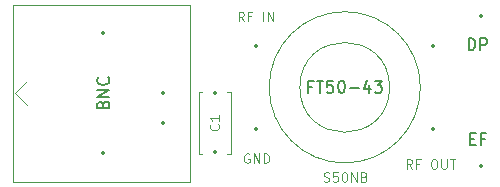
<source format=gto>
%TF.GenerationSoftware,KiCad,Pcbnew,8.0.8*%
%TF.CreationDate,2025-01-20T02:54:04+01:00*%
%TF.ProjectId,EFHW unun,45464857-2075-46e7-956e-2e6b69636164,rev?*%
%TF.SameCoordinates,Original*%
%TF.FileFunction,Legend,Top*%
%TF.FilePolarity,Positive*%
%FSLAX46Y46*%
G04 Gerber Fmt 4.6, Leading zero omitted, Abs format (unit mm)*
G04 Created by KiCad (PCBNEW 8.0.8) date 2025-01-20 02:54:04*
%MOMM*%
%LPD*%
G01*
G04 APERTURE LIST*
%ADD10C,0.100000*%
%ADD11C,0.150000*%
%ADD12C,0.125000*%
%ADD13C,0.120000*%
%ADD14C,0.350000*%
G04 APERTURE END LIST*
D10*
X154425312Y-97134990D02*
X154349122Y-97096895D01*
X154349122Y-97096895D02*
X154234836Y-97096895D01*
X154234836Y-97096895D02*
X154120550Y-97134990D01*
X154120550Y-97134990D02*
X154044360Y-97211180D01*
X154044360Y-97211180D02*
X154006265Y-97287371D01*
X154006265Y-97287371D02*
X153968169Y-97439752D01*
X153968169Y-97439752D02*
X153968169Y-97554038D01*
X153968169Y-97554038D02*
X154006265Y-97706419D01*
X154006265Y-97706419D02*
X154044360Y-97782609D01*
X154044360Y-97782609D02*
X154120550Y-97858800D01*
X154120550Y-97858800D02*
X154234836Y-97896895D01*
X154234836Y-97896895D02*
X154311027Y-97896895D01*
X154311027Y-97896895D02*
X154425312Y-97858800D01*
X154425312Y-97858800D02*
X154463408Y-97820704D01*
X154463408Y-97820704D02*
X154463408Y-97554038D01*
X154463408Y-97554038D02*
X154311027Y-97554038D01*
X154806265Y-97896895D02*
X154806265Y-97096895D01*
X154806265Y-97096895D02*
X155263408Y-97896895D01*
X155263408Y-97896895D02*
X155263408Y-97096895D01*
X155644360Y-97896895D02*
X155644360Y-97096895D01*
X155644360Y-97096895D02*
X155834836Y-97096895D01*
X155834836Y-97096895D02*
X155949122Y-97134990D01*
X155949122Y-97134990D02*
X156025312Y-97211180D01*
X156025312Y-97211180D02*
X156063407Y-97287371D01*
X156063407Y-97287371D02*
X156101503Y-97439752D01*
X156101503Y-97439752D02*
X156101503Y-97554038D01*
X156101503Y-97554038D02*
X156063407Y-97706419D01*
X156063407Y-97706419D02*
X156025312Y-97782609D01*
X156025312Y-97782609D02*
X155949122Y-97858800D01*
X155949122Y-97858800D02*
X155834836Y-97896895D01*
X155834836Y-97896895D02*
X155644360Y-97896895D01*
X153963408Y-85896895D02*
X153696741Y-85515942D01*
X153506265Y-85896895D02*
X153506265Y-85096895D01*
X153506265Y-85096895D02*
X153811027Y-85096895D01*
X153811027Y-85096895D02*
X153887217Y-85134990D01*
X153887217Y-85134990D02*
X153925312Y-85173085D01*
X153925312Y-85173085D02*
X153963408Y-85249276D01*
X153963408Y-85249276D02*
X153963408Y-85363561D01*
X153963408Y-85363561D02*
X153925312Y-85439752D01*
X153925312Y-85439752D02*
X153887217Y-85477847D01*
X153887217Y-85477847D02*
X153811027Y-85515942D01*
X153811027Y-85515942D02*
X153506265Y-85515942D01*
X154572931Y-85477847D02*
X154306265Y-85477847D01*
X154306265Y-85896895D02*
X154306265Y-85096895D01*
X154306265Y-85096895D02*
X154687217Y-85096895D01*
X155601503Y-85896895D02*
X155601503Y-85096895D01*
X155982455Y-85896895D02*
X155982455Y-85096895D01*
X155982455Y-85096895D02*
X156439598Y-85896895D01*
X156439598Y-85896895D02*
X156439598Y-85096895D01*
X160718169Y-99458800D02*
X160832455Y-99496895D01*
X160832455Y-99496895D02*
X161022931Y-99496895D01*
X161022931Y-99496895D02*
X161099122Y-99458800D01*
X161099122Y-99458800D02*
X161137217Y-99420704D01*
X161137217Y-99420704D02*
X161175312Y-99344514D01*
X161175312Y-99344514D02*
X161175312Y-99268323D01*
X161175312Y-99268323D02*
X161137217Y-99192133D01*
X161137217Y-99192133D02*
X161099122Y-99154038D01*
X161099122Y-99154038D02*
X161022931Y-99115942D01*
X161022931Y-99115942D02*
X160870550Y-99077847D01*
X160870550Y-99077847D02*
X160794360Y-99039752D01*
X160794360Y-99039752D02*
X160756265Y-99001657D01*
X160756265Y-99001657D02*
X160718169Y-98925466D01*
X160718169Y-98925466D02*
X160718169Y-98849276D01*
X160718169Y-98849276D02*
X160756265Y-98773085D01*
X160756265Y-98773085D02*
X160794360Y-98734990D01*
X160794360Y-98734990D02*
X160870550Y-98696895D01*
X160870550Y-98696895D02*
X161061027Y-98696895D01*
X161061027Y-98696895D02*
X161175312Y-98734990D01*
X161899122Y-98696895D02*
X161518170Y-98696895D01*
X161518170Y-98696895D02*
X161480074Y-99077847D01*
X161480074Y-99077847D02*
X161518170Y-99039752D01*
X161518170Y-99039752D02*
X161594360Y-99001657D01*
X161594360Y-99001657D02*
X161784836Y-99001657D01*
X161784836Y-99001657D02*
X161861027Y-99039752D01*
X161861027Y-99039752D02*
X161899122Y-99077847D01*
X161899122Y-99077847D02*
X161937217Y-99154038D01*
X161937217Y-99154038D02*
X161937217Y-99344514D01*
X161937217Y-99344514D02*
X161899122Y-99420704D01*
X161899122Y-99420704D02*
X161861027Y-99458800D01*
X161861027Y-99458800D02*
X161784836Y-99496895D01*
X161784836Y-99496895D02*
X161594360Y-99496895D01*
X161594360Y-99496895D02*
X161518170Y-99458800D01*
X161518170Y-99458800D02*
X161480074Y-99420704D01*
X162432456Y-98696895D02*
X162508646Y-98696895D01*
X162508646Y-98696895D02*
X162584837Y-98734990D01*
X162584837Y-98734990D02*
X162622932Y-98773085D01*
X162622932Y-98773085D02*
X162661027Y-98849276D01*
X162661027Y-98849276D02*
X162699122Y-99001657D01*
X162699122Y-99001657D02*
X162699122Y-99192133D01*
X162699122Y-99192133D02*
X162661027Y-99344514D01*
X162661027Y-99344514D02*
X162622932Y-99420704D01*
X162622932Y-99420704D02*
X162584837Y-99458800D01*
X162584837Y-99458800D02*
X162508646Y-99496895D01*
X162508646Y-99496895D02*
X162432456Y-99496895D01*
X162432456Y-99496895D02*
X162356265Y-99458800D01*
X162356265Y-99458800D02*
X162318170Y-99420704D01*
X162318170Y-99420704D02*
X162280075Y-99344514D01*
X162280075Y-99344514D02*
X162241979Y-99192133D01*
X162241979Y-99192133D02*
X162241979Y-99001657D01*
X162241979Y-99001657D02*
X162280075Y-98849276D01*
X162280075Y-98849276D02*
X162318170Y-98773085D01*
X162318170Y-98773085D02*
X162356265Y-98734990D01*
X162356265Y-98734990D02*
X162432456Y-98696895D01*
X163041980Y-99496895D02*
X163041980Y-98696895D01*
X163041980Y-98696895D02*
X163499123Y-99496895D01*
X163499123Y-99496895D02*
X163499123Y-98696895D01*
X164146741Y-99077847D02*
X164261027Y-99115942D01*
X164261027Y-99115942D02*
X164299122Y-99154038D01*
X164299122Y-99154038D02*
X164337218Y-99230228D01*
X164337218Y-99230228D02*
X164337218Y-99344514D01*
X164337218Y-99344514D02*
X164299122Y-99420704D01*
X164299122Y-99420704D02*
X164261027Y-99458800D01*
X164261027Y-99458800D02*
X164184837Y-99496895D01*
X164184837Y-99496895D02*
X163880075Y-99496895D01*
X163880075Y-99496895D02*
X163880075Y-98696895D01*
X163880075Y-98696895D02*
X164146741Y-98696895D01*
X164146741Y-98696895D02*
X164222932Y-98734990D01*
X164222932Y-98734990D02*
X164261027Y-98773085D01*
X164261027Y-98773085D02*
X164299122Y-98849276D01*
X164299122Y-98849276D02*
X164299122Y-98925466D01*
X164299122Y-98925466D02*
X164261027Y-99001657D01*
X164261027Y-99001657D02*
X164222932Y-99039752D01*
X164222932Y-99039752D02*
X164146741Y-99077847D01*
X164146741Y-99077847D02*
X163880075Y-99077847D01*
X168213408Y-98396895D02*
X167946741Y-98015942D01*
X167756265Y-98396895D02*
X167756265Y-97596895D01*
X167756265Y-97596895D02*
X168061027Y-97596895D01*
X168061027Y-97596895D02*
X168137217Y-97634990D01*
X168137217Y-97634990D02*
X168175312Y-97673085D01*
X168175312Y-97673085D02*
X168213408Y-97749276D01*
X168213408Y-97749276D02*
X168213408Y-97863561D01*
X168213408Y-97863561D02*
X168175312Y-97939752D01*
X168175312Y-97939752D02*
X168137217Y-97977847D01*
X168137217Y-97977847D02*
X168061027Y-98015942D01*
X168061027Y-98015942D02*
X167756265Y-98015942D01*
X168822931Y-97977847D02*
X168556265Y-97977847D01*
X168556265Y-98396895D02*
X168556265Y-97596895D01*
X168556265Y-97596895D02*
X168937217Y-97596895D01*
X170003884Y-97596895D02*
X170156265Y-97596895D01*
X170156265Y-97596895D02*
X170232455Y-97634990D01*
X170232455Y-97634990D02*
X170308646Y-97711180D01*
X170308646Y-97711180D02*
X170346741Y-97863561D01*
X170346741Y-97863561D02*
X170346741Y-98130228D01*
X170346741Y-98130228D02*
X170308646Y-98282609D01*
X170308646Y-98282609D02*
X170232455Y-98358800D01*
X170232455Y-98358800D02*
X170156265Y-98396895D01*
X170156265Y-98396895D02*
X170003884Y-98396895D01*
X170003884Y-98396895D02*
X169927693Y-98358800D01*
X169927693Y-98358800D02*
X169851503Y-98282609D01*
X169851503Y-98282609D02*
X169813407Y-98130228D01*
X169813407Y-98130228D02*
X169813407Y-97863561D01*
X169813407Y-97863561D02*
X169851503Y-97711180D01*
X169851503Y-97711180D02*
X169927693Y-97634990D01*
X169927693Y-97634990D02*
X170003884Y-97596895D01*
X170689598Y-97596895D02*
X170689598Y-98244514D01*
X170689598Y-98244514D02*
X170727693Y-98320704D01*
X170727693Y-98320704D02*
X170765788Y-98358800D01*
X170765788Y-98358800D02*
X170841979Y-98396895D01*
X170841979Y-98396895D02*
X170994360Y-98396895D01*
X170994360Y-98396895D02*
X171070550Y-98358800D01*
X171070550Y-98358800D02*
X171108645Y-98320704D01*
X171108645Y-98320704D02*
X171146741Y-98244514D01*
X171146741Y-98244514D02*
X171146741Y-97596895D01*
X171413407Y-97596895D02*
X171870550Y-97596895D01*
X171641978Y-98396895D02*
X171641978Y-97596895D01*
D11*
X159738095Y-91431009D02*
X159404762Y-91431009D01*
X159404762Y-91954819D02*
X159404762Y-90954819D01*
X159404762Y-90954819D02*
X159880952Y-90954819D01*
X160119048Y-90954819D02*
X160690476Y-90954819D01*
X160404762Y-91954819D02*
X160404762Y-90954819D01*
X161500000Y-90954819D02*
X161023810Y-90954819D01*
X161023810Y-90954819D02*
X160976191Y-91431009D01*
X160976191Y-91431009D02*
X161023810Y-91383390D01*
X161023810Y-91383390D02*
X161119048Y-91335771D01*
X161119048Y-91335771D02*
X161357143Y-91335771D01*
X161357143Y-91335771D02*
X161452381Y-91383390D01*
X161452381Y-91383390D02*
X161500000Y-91431009D01*
X161500000Y-91431009D02*
X161547619Y-91526247D01*
X161547619Y-91526247D02*
X161547619Y-91764342D01*
X161547619Y-91764342D02*
X161500000Y-91859580D01*
X161500000Y-91859580D02*
X161452381Y-91907200D01*
X161452381Y-91907200D02*
X161357143Y-91954819D01*
X161357143Y-91954819D02*
X161119048Y-91954819D01*
X161119048Y-91954819D02*
X161023810Y-91907200D01*
X161023810Y-91907200D02*
X160976191Y-91859580D01*
X162166667Y-90954819D02*
X162261905Y-90954819D01*
X162261905Y-90954819D02*
X162357143Y-91002438D01*
X162357143Y-91002438D02*
X162404762Y-91050057D01*
X162404762Y-91050057D02*
X162452381Y-91145295D01*
X162452381Y-91145295D02*
X162500000Y-91335771D01*
X162500000Y-91335771D02*
X162500000Y-91573866D01*
X162500000Y-91573866D02*
X162452381Y-91764342D01*
X162452381Y-91764342D02*
X162404762Y-91859580D01*
X162404762Y-91859580D02*
X162357143Y-91907200D01*
X162357143Y-91907200D02*
X162261905Y-91954819D01*
X162261905Y-91954819D02*
X162166667Y-91954819D01*
X162166667Y-91954819D02*
X162071429Y-91907200D01*
X162071429Y-91907200D02*
X162023810Y-91859580D01*
X162023810Y-91859580D02*
X161976191Y-91764342D01*
X161976191Y-91764342D02*
X161928572Y-91573866D01*
X161928572Y-91573866D02*
X161928572Y-91335771D01*
X161928572Y-91335771D02*
X161976191Y-91145295D01*
X161976191Y-91145295D02*
X162023810Y-91050057D01*
X162023810Y-91050057D02*
X162071429Y-91002438D01*
X162071429Y-91002438D02*
X162166667Y-90954819D01*
X162928572Y-91573866D02*
X163690477Y-91573866D01*
X164595238Y-91288152D02*
X164595238Y-91954819D01*
X164357143Y-90907200D02*
X164119048Y-91621485D01*
X164119048Y-91621485D02*
X164738095Y-91621485D01*
X165023810Y-90954819D02*
X165642857Y-90954819D01*
X165642857Y-90954819D02*
X165309524Y-91335771D01*
X165309524Y-91335771D02*
X165452381Y-91335771D01*
X165452381Y-91335771D02*
X165547619Y-91383390D01*
X165547619Y-91383390D02*
X165595238Y-91431009D01*
X165595238Y-91431009D02*
X165642857Y-91526247D01*
X165642857Y-91526247D02*
X165642857Y-91764342D01*
X165642857Y-91764342D02*
X165595238Y-91859580D01*
X165595238Y-91859580D02*
X165547619Y-91907200D01*
X165547619Y-91907200D02*
X165452381Y-91954819D01*
X165452381Y-91954819D02*
X165166667Y-91954819D01*
X165166667Y-91954819D02*
X165071429Y-91907200D01*
X165071429Y-91907200D02*
X165023810Y-91859580D01*
D12*
X151787404Y-94633332D02*
X151825500Y-94671428D01*
X151825500Y-94671428D02*
X151863595Y-94785713D01*
X151863595Y-94785713D02*
X151863595Y-94861904D01*
X151863595Y-94861904D02*
X151825500Y-94976190D01*
X151825500Y-94976190D02*
X151749309Y-95052380D01*
X151749309Y-95052380D02*
X151673119Y-95090475D01*
X151673119Y-95090475D02*
X151520738Y-95128571D01*
X151520738Y-95128571D02*
X151406452Y-95128571D01*
X151406452Y-95128571D02*
X151254071Y-95090475D01*
X151254071Y-95090475D02*
X151177880Y-95052380D01*
X151177880Y-95052380D02*
X151101690Y-94976190D01*
X151101690Y-94976190D02*
X151063595Y-94861904D01*
X151063595Y-94861904D02*
X151063595Y-94785713D01*
X151063595Y-94785713D02*
X151101690Y-94671428D01*
X151101690Y-94671428D02*
X151139785Y-94633332D01*
X151863595Y-93871428D02*
X151863595Y-94328571D01*
X151863595Y-94099999D02*
X151063595Y-94099999D01*
X151063595Y-94099999D02*
X151177880Y-94176190D01*
X151177880Y-94176190D02*
X151254071Y-94252380D01*
X151254071Y-94252380D02*
X151292166Y-94328571D01*
D11*
X173107143Y-95881009D02*
X173440476Y-95881009D01*
X173583333Y-96404819D02*
X173107143Y-96404819D01*
X173107143Y-96404819D02*
X173107143Y-95404819D01*
X173107143Y-95404819D02*
X173583333Y-95404819D01*
X174345238Y-95881009D02*
X174011905Y-95881009D01*
X174011905Y-96404819D02*
X174011905Y-95404819D01*
X174011905Y-95404819D02*
X174488095Y-95404819D01*
X172988095Y-88354819D02*
X172988095Y-87354819D01*
X172988095Y-87354819D02*
X173226190Y-87354819D01*
X173226190Y-87354819D02*
X173369047Y-87402438D01*
X173369047Y-87402438D02*
X173464285Y-87497676D01*
X173464285Y-87497676D02*
X173511904Y-87592914D01*
X173511904Y-87592914D02*
X173559523Y-87783390D01*
X173559523Y-87783390D02*
X173559523Y-87926247D01*
X173559523Y-87926247D02*
X173511904Y-88116723D01*
X173511904Y-88116723D02*
X173464285Y-88211961D01*
X173464285Y-88211961D02*
X173369047Y-88307200D01*
X173369047Y-88307200D02*
X173226190Y-88354819D01*
X173226190Y-88354819D02*
X172988095Y-88354819D01*
X173988095Y-88354819D02*
X173988095Y-87354819D01*
X173988095Y-87354819D02*
X174369047Y-87354819D01*
X174369047Y-87354819D02*
X174464285Y-87402438D01*
X174464285Y-87402438D02*
X174511904Y-87450057D01*
X174511904Y-87450057D02*
X174559523Y-87545295D01*
X174559523Y-87545295D02*
X174559523Y-87688152D01*
X174559523Y-87688152D02*
X174511904Y-87783390D01*
X174511904Y-87783390D02*
X174464285Y-87831009D01*
X174464285Y-87831009D02*
X174369047Y-87878628D01*
X174369047Y-87878628D02*
X173988095Y-87878628D01*
X142031009Y-92952380D02*
X142078628Y-92809523D01*
X142078628Y-92809523D02*
X142126247Y-92761904D01*
X142126247Y-92761904D02*
X142221485Y-92714285D01*
X142221485Y-92714285D02*
X142364342Y-92714285D01*
X142364342Y-92714285D02*
X142459580Y-92761904D01*
X142459580Y-92761904D02*
X142507200Y-92809523D01*
X142507200Y-92809523D02*
X142554819Y-92904761D01*
X142554819Y-92904761D02*
X142554819Y-93285713D01*
X142554819Y-93285713D02*
X141554819Y-93285713D01*
X141554819Y-93285713D02*
X141554819Y-92952380D01*
X141554819Y-92952380D02*
X141602438Y-92857142D01*
X141602438Y-92857142D02*
X141650057Y-92809523D01*
X141650057Y-92809523D02*
X141745295Y-92761904D01*
X141745295Y-92761904D02*
X141840533Y-92761904D01*
X141840533Y-92761904D02*
X141935771Y-92809523D01*
X141935771Y-92809523D02*
X141983390Y-92857142D01*
X141983390Y-92857142D02*
X142031009Y-92952380D01*
X142031009Y-92952380D02*
X142031009Y-93285713D01*
X142554819Y-92285713D02*
X141554819Y-92285713D01*
X141554819Y-92285713D02*
X142554819Y-91714285D01*
X142554819Y-91714285D02*
X141554819Y-91714285D01*
X142459580Y-90666666D02*
X142507200Y-90714285D01*
X142507200Y-90714285D02*
X142554819Y-90857142D01*
X142554819Y-90857142D02*
X142554819Y-90952380D01*
X142554819Y-90952380D02*
X142507200Y-91095237D01*
X142507200Y-91095237D02*
X142411961Y-91190475D01*
X142411961Y-91190475D02*
X142316723Y-91238094D01*
X142316723Y-91238094D02*
X142126247Y-91285713D01*
X142126247Y-91285713D02*
X141983390Y-91285713D01*
X141983390Y-91285713D02*
X141792914Y-91238094D01*
X141792914Y-91238094D02*
X141697676Y-91190475D01*
X141697676Y-91190475D02*
X141602438Y-91095237D01*
X141602438Y-91095237D02*
X141554819Y-90952380D01*
X141554819Y-90952380D02*
X141554819Y-90857142D01*
X141554819Y-90857142D02*
X141602438Y-90714285D01*
X141602438Y-90714285D02*
X141650057Y-90666666D01*
D13*
%TO.C,FT50-43*%
X166300000Y-91500000D02*
G75*
G02*
X158700000Y-91500000I-3800000J0D01*
G01*
X158700000Y-91500000D02*
G75*
G02*
X166300000Y-91500000I3800000J0D01*
G01*
X168903124Y-91500000D02*
G75*
G02*
X156096876Y-91500000I-6403124J0D01*
G01*
X156096876Y-91500000D02*
G75*
G02*
X168903124Y-91500000I6403124J0D01*
G01*
%TO.C,C1*%
X150130000Y-91880000D02*
X150130000Y-97120000D01*
X150445000Y-91880000D02*
X150130000Y-91880000D01*
X150445000Y-97120000D02*
X150130000Y-97120000D01*
X152870000Y-91880000D02*
X152555000Y-91880000D01*
X152870000Y-91880000D02*
X152870000Y-97120000D01*
X152870000Y-97120000D02*
X152555000Y-97120000D01*
%TO.C,BNC*%
X134380000Y-84500000D02*
X149380000Y-84500000D01*
X134380000Y-99500000D02*
X134380000Y-84500000D01*
X134580000Y-92000000D02*
X135580000Y-91000000D01*
X134580000Y-92000000D02*
X135580000Y-93000000D01*
X149380000Y-84500000D02*
X149380000Y-99500000D01*
X149380000Y-99500000D02*
X134380000Y-99500000D01*
%TD*%
D14*
X155000000Y-95000000D03*
X170000000Y-95000000D03*
X155000000Y-88000000D03*
X170000000Y-88000000D03*
X151500000Y-92000000D03*
X151500000Y-97000000D03*
X174000000Y-98200000D03*
X174000000Y-85500000D03*
X147080000Y-92000000D03*
X142000000Y-97080000D03*
X147080000Y-94540000D03*
X142000000Y-86920000D03*
M02*

</source>
